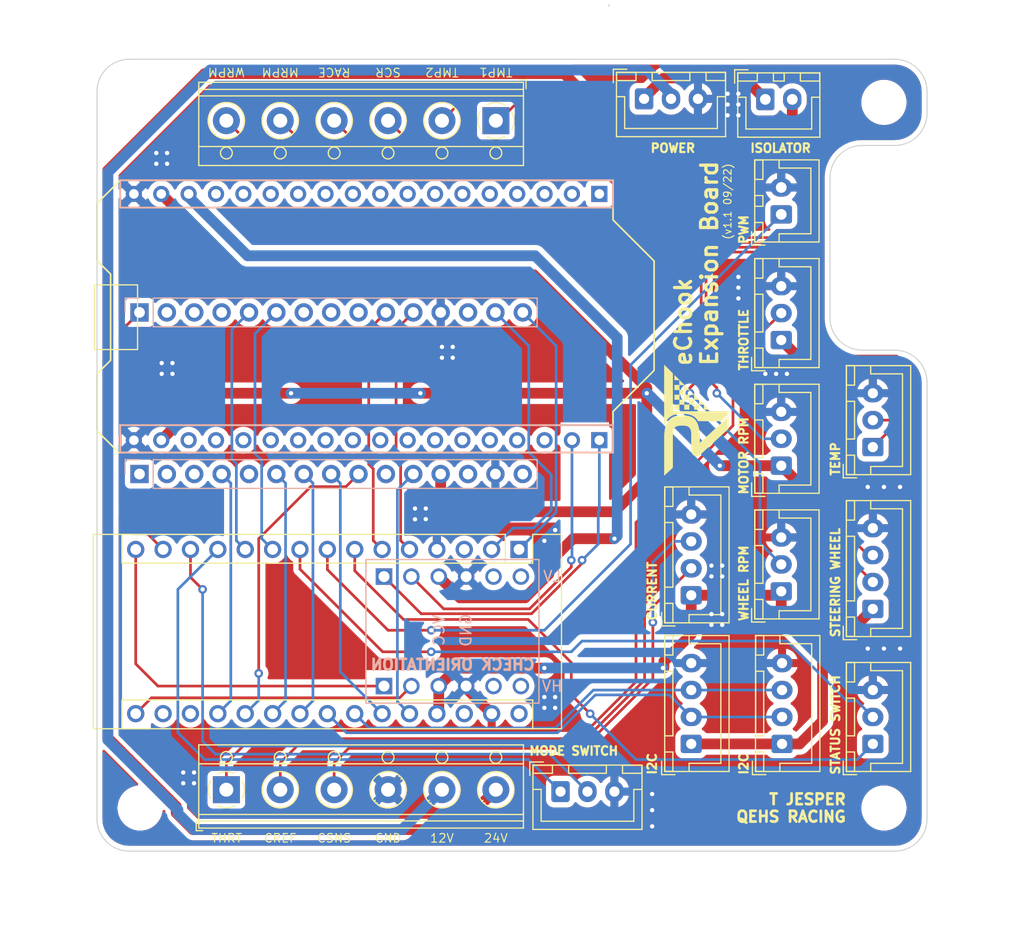
<source format=kicad_pcb>
(kicad_pcb (version 20211014) (generator pcbnew)
  (layers (0 "F.Cu" signal) (31 "B.Cu" signal) (34 "B.Paste" user) (35 "F.Paste" user) (36 "B.SilkS" user "B.Silkscreen") (37 "F.SilkS" user "F.Silkscreen") (38 "B.Mask" user) (39 "F.Mask" user) (44 "Edge.Cuts" user))
  (net 0 "")
  (net 1 "BT_OUT")
  (net 2 "BT_IN")
  (net 4 "GND")
  (net 5 "MOTOR_RPM")
  (net 6 "WHEEL_RPM")
  (net 7 "RACE_SWITCH")
  (net 8 "MOTOR_PWM")
  (net 9 "TELEMETRY_SWITCH")
  (net 10 "BRAKE")
  (net 11 "RACE_START")
  (net 12 "SCREEN_SWITCH")
  (net 13 "TX_HIGH")
  (net 14 "RX_HIGH")
  (net 17 "BATT_T")
  (net 18 "TEMP_1")
  (net 19 "CURRENT")
  (net 20 "THROTTLE")
  (net 21 "SDA")
  (net 22 "SCL")
  (net 23 "TEMP_2")
  (net 24 "BATT_1")
  (net 25 "+5V")
  (net 27 "12_B2B")
  (net 29 "24_B2B")
  (net 30 "/+24V_ISOLATED")
  (net 57 "THROTTLE_B2B")
  (net 79 "MRPM_B2B")
  (net 80 "WRPM_B2B")
  (net 81 "CREF_B2B")
  (net 82 "CSENSE_B2B")
  (net 83 "TEMP1_B2B")
  (net 84 "TEMP2_B2B")
  (net 85 "+3V3")
  (net 86 "RX_LOW")
  (net 87 "TX_LOW")
  (net 88 "RACE_START_B2B")
  (net 89 "SCREEN_SWITCH_B2B")
  (net 90 "MODE_INPUT_1")
  (net 91 "MODE_INPUT_2")
  (footprint "racetrackr:ESP32 LoRa" (layer "F.Cu") (at 142.637 101.281)
    (fp_text reference "U2" hide)
    (fp_text value "ESP32_LoRa" hide)
  )
  (footprint "Connector_JST:JST_XH_B2B-XH-A_1x02_P2.50mm_Vertical" (layer "F.Cu") (at 179.5 66.725)
    (fp_text reference "J2" hide)
    (fp_text value "POWER_SWITCH" hide)
  )
  (footprint "Connector_JST:JST_XH_B3B-XH-A_1x03_P2.50mm_Vertical" (layer "F.Cu") (at 189.475 126.55 90)
    (fp_text reference "J12" hide)
    (fp_text value "STATUS_CONNECTION" hide)
  )
  (footprint "Connector_JST:JST_XH_B3B-XH-A_1x03_P2.50mm_Vertical" (layer "F.Cu") (at 189.475 99 90)
    (fp_text reference "J14" hide)
    (fp_text value "TEMP_CONNECTION" hide)
  )
  (footprint "Connector_JST:JST_XH_B4B-XH-A_1x04_P2.50mm_Vertical" (layer "F.Cu") (at 172.625 126.55 90)
    (fp_text reference "J6" hide)
    (fp_text value "I2C_1_CONN" hide)
  )
  (footprint "MountingHole:MountingHole_3.2mm_M3" (layer "F.Cu") (at 121.5 67)
    (fp_text reference "A" hide)
    (fp_text value "MountingHole_3.2mm_M3" hide)
  )
  (footprint "Connector_JST:JST_XH_B3B-XH-A_1x03_P2.50mm_Vertical" (layer "F.Cu") (at 160.5 130.975)
    (fp_text reference "J18" hide)
    (fp_text value "STATUS_CONNECTION")
  )
  (footprint "Connector_JST:JST_XH_B4B-XH-A_1x04_P2.50mm_Vertical" (layer "F.Cu") (at 189.475 114.025 90)
    (fp_text reference "J15" hide)
    (fp_text value "WHEEL_CONN" hide)
  )
  (footprint "MountingHole:MountingHole_3.2mm_M3" (layer "F.Cu") (at 190.5 132.5)
    (fp_text reference "D" hide)
    (fp_text value "MountingHole_3.2mm_M3" hide)
  )
  (footprint "Connector_JST:JST_XH_B3B-XH-A_1x03_P2.50mm_Vertical" (layer "F.Cu") (at 180.975 112.3875 90)
    (fp_text reference "J10" hide)
    (fp_text value "WHEEL_RPM_CONNECTION" hide)
  )
  (footprint "Module:Arduino_Nano" (layer "F.Cu") (at 156.65 108.5 -90)
    (fp_text reference "A1" hide)
    (fp_text value "Arduino_Nano_v3.x" hide)
  )
  (footprint "MountingHole:MountingHole_3.2mm_M3" (layer "F.Cu") (at 190.5 67)
    (fp_text reference "B" hide)
    (fp_text value "MountingHole_3.2mm_M3" hide)
  )
  (footprint "Connector_JST:JST_XH_B4B-XH-A_1x04_P2.50mm_Vertical" (layer "F.Cu") (at 181.05 126.55 90)
    (fp_text reference "J8" hide)
    (fp_text value "I2C_2_CONN" hide)
  )
  (footprint "Connector_JST:JST_XH_B2B-XH-A_1x02_P2.50mm_Vertical" (layer "F.Cu") (at 180.975 77.4 90)
    (fp_text reference "J3" hide)
    (fp_text value "PWM_OUTPUT_CONN" hide)
  )
  (footprint "TerminalBlock_RND:TerminalBlock_RND_205-00016_1x06_P5.00mm_Horizontal" (layer "F.Cu") (at 129.5 130.8)
    (fp_text reference "J16" hide)
    (fp_text value "Screw_Terminal_01x06")
  )
  (footprint "MountingHole:MountingHole_3.2mm_M3" (layer "F.Cu") (at 121.5 132.5)
    (fp_text reference "C" hide)
    (fp_text value "MountingHole_3.2mm_M3" hide)
  )
  (footprint "Connector_JST:JST_XH_B3B-XH-A_1x03_P2.50mm_Vertical" (layer "F.Cu") (at 180.975 100.725 90)
    (fp_text reference "J9" hide)
    (fp_text value "MOTOR_RPM_CONNECTION" hide)
  )
  (footprint "Connector_JST:JST_XH_B3B-XH-A_1x03_P2.50mm_Vertical" (layer "F.Cu") (at 180.975 89.0625 90)
    (fp_text reference "J5" hide)
    (fp_text value "THROTTLE_CONNECTION" hide)
  )
  (footprint "Connector_JST:JST_XH_B3B-XH-A_1x03_P2.50mm_Vertical" (layer "F.Cu") (at 168.25 66.675)
    (fp_text reference "J1" hide)
    (fp_text value "POWER_CONNECTION" hide)
  )
  (footprint "TerminalBlock_RND:TerminalBlock_RND_205-00016_1x06_P5.00mm_Horizontal" (layer "F.Cu") (at 154.5 68.7 180)
    (fp_text reference "J17" hide)
    (fp_text value "Screw_Terminal_01x06")
  )
  (footprint "Connector_JST:JST_XH_B4B-XH-A_1x04_P2.50mm_Vertical" (layer "F.Cu") (at 172.625 112.75 90)
    (fp_text reference "J13" hide)
    (fp_text value "CURRENT_CONN" hide)
  )
  (footprint "Connector_PinHeader_2.54mm:PinHeader_1x15_P2.54mm_Vertical" (layer "B.Cu") (at 121.4408 86.4989 -90)
    (fp_text reference "J7" hide)
    (fp_text value "Conn_01x15_Male" hide)
  )
  (footprint "racetrackr:CONV_BOB-12009" (layer "B.Cu") (at 150.4737 116.1 -90)
    (fp_text reference "U1" hide)
    (fp_text value "LogicLevelConverter" hide)
  )
  (footprint "Connector_PinHeader_2.54mm:PinHeader_1x15_P2.54mm_Vertical" (layer "B.Cu") (at 121.4408 101.4998 -90)
    (fp_text reference "J4" hide)
    (fp_text value "Conn_01x15_Male" hide)
  )
  (gr_poly (pts (xy 170.915997 92.160484) (xy 170.916526 92.295421) (xy 170.916526 95.674151) (xy 176.077753 95.674151) (xy 176.077753 95.955932) (xy 175.970332 96.054886) (xy 175.391159 96.587228) (xy 173.261528 96.587228) (xy 173.258497 96.581517) (xy 173.255538 96.575718) (xy 173.249721 96.56401) (xy 173.246808 96.558175) (xy 173.243855 96.552402) (xy 173.240833 96.546728) (xy 173.237716 96.54119) (xy 173.189985 96.465032) (xy 173.137195 96.393725) (xy 173.079362 96.327279) (xy 173.016507 96.265701) (xy 172.948648 96.209001) (xy 172.875803 96.157186) (xy 172.797991 96.110265) (xy 172.71523 96.068248) (xy 172.627539 96.031141) (xy 172.534937 95.998955) (xy 172.437442 95.971696) (xy 172.335073 95.949375) (xy 172.227849 95.931999) (xy 172.115787 95.919577) (xy 171.998908 95.912118) (xy 171.877228 95.90963) (xy 171.662916 95.90963) (xy 171.602369 95.910308) (xy 171.542976 95.912344) (xy 171.484748 95.915734) (xy 171.427697 95.920478) (xy 171.371835 95.926573) (xy 171.317174 95.934019) (xy 171.263726 95.942814) (xy 171.211503 95.952955) (xy 171.160518 95.964443) (xy 171.110781 95.977274) (xy 171.062306 95.991448) (xy 171.015104 96.006963) (xy 170.969187 96.023818) (xy 170.924568 96.04201) (xy 170.881257 96.061539) (xy 170.839268 96.082403) (xy 170.798003 96.104654) (xy 170.757758 96.128046) (xy 170.718538 96.152572) (xy 170.680352 96.178223) (xy 170.643209 96.204994) (xy 170.607115 96.232877) (xy 170.572078 96.261866) (xy 170.538106 96.291953) (xy 170.505207 96.323131) (xy 170.473388 96.355394) (xy 170.442658 96.388734) (xy 170.413024 96.423145) (xy 170.384494 96.458619) (xy 170.357075 96.49515) (xy 170.330776 96.53273) (xy 170.305603 96.571353) (xy 170.278387 96.616453) (xy 170.252476 96.662824) (xy 170.227836 96.710423) (xy 170.204433 96.759207) (xy 170.182234 96.809131) (xy 170.161203 96.860153) (xy 170.141307 96.91223) (xy 170.122512 96.965317) (xy 170.122512 94.186133) (xy 170.122247 91.565965) (xy 170.122247 91.366734)) (layer "F.SilkS") (width 0.02) (fill solid))
  (gr_poly (pts (xy 172.901166 94.145124) (xy 172.444759 94.145124) (xy 172.444759 93.688718)) (layer "F.SilkS") (width 0.02) (fill solid))
  (gr_poly (pts (xy 170.123041 101.332794) (xy 170.123041 98.124986) (xy 170.124157 98.016775) (xy 170.127506 97.910422) (xy 170.133087 97.805922) (xy 170.1409 97.703274) (xy 170.150946 97.602473) (xy 170.163224 97.503517) (xy 170.177735 97.406403) (xy 170.194478 97.311128) (xy 170.203811 97.264384) (xy 170.21395 97.218409) (xy 170.224895 97.173205) (xy 170.236646 97.128772) (xy 170.249203 97.085112) (xy 170.262567 97.042224) (xy 170.276737 97.000109) (xy 170.291713 96.958769) (xy 170.307495 96.918205) (xy 170.324083 96.878416) (xy 170.341477 96.839403) (xy 170.359677 96.801169) (xy 170.378684 96.763712) (xy 170.398497 96.727035) (xy 170.419116 96.691137) (xy 170.440541 96.65602) (xy 170.462849 96.621817) (xy 170.486119 96.588565) (xy 170.51035 96.556264) (xy 170.535543 96.524915) (xy 170.561696 96.494519) (xy 170.588811 96.465078) (xy 170.616886 96.436593) (xy 170.645923 96.409064) (xy 170.675922 96.382494) (xy 170.706881 96.356883) (xy 170.738801 96.332232) (xy 170.771683 96.308543) (xy 170.805526 96.285817) (xy 170.84033 96.264054) (xy 170.876095 96.243257) (xy 170.912822 96.223426) (xy 170.950634 96.204636) (xy 170.989655 96.187062) (xy 171.029886 96.170702) (xy 171.071328 96.155556) (xy 171.11398 96.141625) (xy 171.157844 96.128906) (xy 171.202919 96.117401) (xy 171.249206 96.107109) (xy 171.296706 96.098028) (xy 171.345418 96.09016) (xy 171.395344 96.083504) (xy 171.446482 96.078058) (xy 171.498835 96.073824) (xy 171.552402 96.070799) (xy 171.607184 96.068985) (xy 171.66318 96.06838) (xy 171.877493 96.06838) (xy 171.988357 96.070538) (xy 172.094632 96.077011) (xy 172.196318 96.087799) (xy 172.245439 96.09481) (xy 172.293413 96.1029) (xy 172.34024 96.112068) (xy 172.385919 96.122314) (xy 172.43045 96.133639) (xy 172.473833 96.146041) (xy 172.516068 96.159521) (xy 172.557156 96.174078) (xy 172.597096 96.189714) (xy 172.635888 96.206427) (xy 172.673531 96.224217) (xy 172.710027 96.243085) (xy 172.745375 96.26303) (xy 172.779574 96.284052) (xy 172.812626 96.306151) (xy 172.844529 96.329327) (xy 172.875284 96.35358) (xy 172.90489 96.37891) (xy 172.933348 96.405317) (xy 172.960658 96.4328) (xy 172.986819 96.461359) (xy 173.011832 96.490995) (xy 173.035696 96.521707) (xy 173.058412 96.553496) (xy 173.079979 96.58636) (xy 173.100397 96.620301) (xy 173.138844 96.691025) (xy 173.174811 96.765186) (xy 173.208297 96.842784) (xy 173.239303 96.923819) (xy 173.267828 97.008293) (xy 173.293873 97.096207) (xy 173.317438 97.18756) (xy 173.338522 97.282355) (xy 173.357125 97.380591) (xy 173.373248 97.482269) (xy 173.386891 97.587391) (xy 173.398053 97.695956) (xy 173.406735 97.807967) (xy 173.412936 97.923422) (xy 173.416656 98.042325) (xy 173.417897 98.164674) (xy 173.417897 98.617376) (xy 175.62558 96.587228) (xy 176.077488 96.171567) (xy 176.077488 97.299221) (xy 173.528493 99.63364) (xy 173.512494 99.648228) (xy 173.496247 99.662227) (xy 173.479752 99.675637) (xy 173.463008 99.688458) (xy 173.446017 99.70069) (xy 173.428778 99.712333) (xy 173.411291 99.723386) (xy 173.393555 99.733851) (xy 173.375572 99.743726) (xy 173.35734 99.753012) (xy 173.338861 99.76171) (xy 173.320133 99.769818) (xy 173.301158 99.777337) (xy 173.281934 99.784266) (xy 173.262463 99.790607) (xy 173.242743 99.796359) (xy 173.222948 99.801537) (xy 173.203351 99.806057) (xy 173.183949 99.809921) (xy 173.16474 99.813127) (xy 173.145724 99.815675) (xy 173.126899 99.817567) (xy 173.108262 99.818801) (xy 173.089814 99.819377) (xy 173.071551 99.819297) (xy 173.053473 99.818559) (xy 173.035577 99.817164) (xy 173.017863 99.815111) (xy 173.000329 99.812401) (xy 172.982974 99.809034) (xy 172.965795 99.805009) (xy 172.948791 99.800327) (xy 172.933099 99.79501) (xy 172.917675 99.788979) (xy 172.90252 99.782236) (xy 172.887635 99.774779) (xy 172.873021 99.766609) (xy 172.85868 99.757725) (xy 172.844612 99.748129) (xy 172.83082 99.73782) (xy 172.817303 99.726797) (xy 172.804063 99.715061) (xy 172.791102 99.702613) (xy 172.77842 99.689451) (xy 172.766018 99.675576) (xy 172.753899 99.660987) (xy 172.742062 99.645686) (xy 172.730509 99.629671) (xy 172.719456 99.61299) (xy 172.709115 99.595788) (xy 172.699488 99.578063) (xy 172.690574 99.559817) (xy 172.682373 99.541049) (xy 172.674885 99.521757) (xy 172.66811 99.501942) (xy 172.662049 99.481604) (xy 172.6567 99.460742) (xy 172.652065 99.439355) (xy 172.648142 99.417443) (xy 172.644933 99.395007) (xy 172.642437 99.372044) (xy 172.640655 99.348556) (xy 172.639585 99.324542) (xy 172.639228 99.3) (xy 172.639228 97.926284) (xy 172.638611 97.863013) (xy 172.636759 97.802187) (xy 172.63367 97.743806) (xy 172.629344 97.68787) (xy 172.623779 97.63438) (xy 172.616974 97.583337) (xy 172.608928 97.534743) (xy 172.59964 97.488597) (xy 172.589109 97.444901) (xy 172.577333 97.403654) (xy 172.564311 97.364859) (xy 172.550043 97.328516) (xy 172.534527 97.294625) (xy 172.517761 97.263187) (xy 172.499745 97.234204) (xy 172.480478 97.207675) (xy 172.459624 97.183119) (xy 172.43665 97.160149) (xy 172.411557 97.138766) (xy 172.384348 97.11897) (xy 172.355022 97.100759) (xy 172.323581 97.084134) (xy 172.290026 97.069094) (xy 172.254359 97.055639) (xy 172.21658 97.043769) (xy 172.176691 97.033482) (xy 172.134692 97.024779) (xy 172.090586 97.017659) (xy 172.044372 97.012122) (xy 171.996053 97.008168) (xy 171.94563 97.005795) (xy 171.893103 97.005005) (xy 171.646776 97.005005) (xy 171.594283 97.005795) (xy 171.543961 97.008168) (xy 171.495809 97.012122) (xy 171.449827 97.017659) (xy 171.406016 97.024779) (xy 171.364375 97.033482) (xy 171.324904 97.043769) (xy 171.287604 97.055639) (xy 171.252475 97.069094) (xy 171.219515 97.084134) (xy 171.20385 97.092249) (xy 171.188727 97.100759) (xy 171.174146 97.109666) (xy 171.160108 97.11897) (xy 171.146613 97.12867) (xy 171.13366 97.138766) (xy 171.12125 97.149259) (xy 171.109383 97.160149) (xy 171.098058 97.171436) (xy 171.087275 97.183119) (xy 171.077036 97.195199) (xy 171.067339 97.207675) (xy 171.04912 97.234204) (xy 171.032068 97.263187) (xy 171.016184 97.294625) (xy 171.00147 97.328516) (xy 170.987926 97.364859) (xy 170.975554 97.403654) (xy 170.964354 97.444901) (xy 170.954328 97.488597) (xy 170.945478 97.534743) (xy 170.937804 97.583337) (xy 170.931307 97.63438) (xy 170.925989 97.68787) (xy 170.921851 97.743806) (xy 170.918893 97.802187) (xy 170.917118 97.863013) (xy 170.916526 97.926284) (xy 170.916526 100.908932) (xy 170.122247 101.637065)) (layer "F.SilkS") (width 0.02) (fill solid))
  (gr_poly (pts (xy 172.444759 94.145124) (xy 172.444759 94.601795) (xy 171.988088 94.601795) (xy 171.988088 94.145124)) (layer "F.SilkS") (width 0.02) (fill solid))
  (gr_poly (pts (xy 171.531418 92.775376) (xy 171.075012 92.775376) (xy 171.075012 92.31897)) (layer "F.SilkS") (width 0.02) (fill solid))
  (gr_poly (pts (xy 171.531682 94.145124) (xy 171.531682 93.688718) (xy 171.531682 93.688453) (xy 171.531418 93.688453) (xy 171.531418 93.688718) (xy 171.531682 93.688718) (xy 171.531682 94.145124) (xy 171.531682 94.601795) (xy 171.988088 94.601795) (xy 171.988088 95.058201) (xy 172.444759 95.058201) (xy 172.444759 94.601795) (xy 172.901166 94.601795) (xy 172.901166 94.145124) (xy 173.357837 94.601795) (xy 173.814507 95.058465) (xy 173.357837 95.058465) (xy 173.357837 95.058201) (xy 173.357837 94.601795) (xy 172.90143 94.601795) (xy 172.90143 95.058201) (xy 173.357837 95.058201) (xy 173.357837 95.058465) (xy 173.357837 95.514871) (xy 172.90143 95.514871) (xy 172.90143 95.058465) (xy 172.90143 95.058201) (xy 172.901166 95.058201) (xy 172.901166 95.058465) (xy 172.90143 95.058465) (xy 172.90143 95.514871) (xy 172.901166 95.514871) (xy 172.901166 95.058465) (xy 172.444759 95.058465) (xy 172.444759 95.514871) (xy 171.988088 95.514871) (xy 171.988088 95.058465) (xy 171.531682 95.058465) (xy 171.531682 95.058201) (xy 171.531418 95.058201) (xy 171.531418 94.601795) (xy 171.075012 94.601795) (xy 171.075012 94.145124) (xy 171.531418 94.145124) (xy 171.531418 93.688718) (xy 171.075012 93.688718) (xy 171.075012 93.232046) (xy 171.531418 93.232046) (xy 171.531418 92.775376) (xy 171.988088 93.232046) (xy 172.444759 93.688718) (xy 171.988088 93.688718) (xy 171.988088 93.688453) (xy 171.988088 93.232046) (xy 171.531682 93.232046) (xy 171.531682 93.688453) (xy 171.988088 93.688453) (xy 171.988088 93.688718) (xy 171.988088 94.145124)) (layer "F.SilkS") (width 0.02) (fill solid))
  (gr_poly (pts (xy 174.270913 95.514871) (xy 173.814507 95.514871) (xy 173.814507 95.058465)) (layer "F.SilkS") (width 0.02) (fill solid))
  (gr_poly (pts (xy 171.531418 95.058201) (xy 171.531418 95.058465) (xy 171.531682 95.058465) (xy 171.531682 95.514871) (xy 171.075012 95.514871) (xy 171.075012 95.058201)) (layer "F.SilkS") (width 0.02) (fill solid))
  (gr_arc (start 117.5 66) (mid 118.37868 63.87868) (end 120.5 63) (layer "Edge.Cuts") (width 0.1))
  (gr_line (start 194.5 66) (end 194.5 68) (layer "Edge.Cuts") (width 0.1))
  (gr_line (start 188.5 71) (end 191.5 71) (layer "Edge.Cuts") (width 0.1))
  (gr_arc (start 185.5 74) (mid 186.37868 71.87868) (end 188.5 71) (layer "Edge.Cuts") (width 0.1))
  (gr_line (start 191.5 136.5) (end 120.5 136.5) (layer "Edge.Cuts") (width 0.1))
  (gr_line (start 185.5 74) (end 185.5 87) (layer "Edge.Cuts") (width 0.1))
  (gr_line (start 120.5 63) (end 191.5 63) (layer "Edge.Cuts") (width 0.1))
  (gr_arc (start 194.5 133.5) (mid 193.62132 135.62132) (end 191.5 136.5) (layer "Edge.Cuts") (width 0.1))
  (gr_line (start 188.5 90) (end 191.5 90) (layer "Edge.Cuts") (width 0.1))
  (gr_arc (start 191.5 63) (mid 193.62132 63.87868) (end 194.5 66) (layer "Edge.Cuts") (width 0.1))
  (gr_arc (start 120.5 136.5) (mid 118.37868 135.62132) (end 117.5 133.5) (layer "Edge.Cuts") (width 0.1))
  (gr_line (start 117.5 133.5) (end 117.5 66) (layer "Edge.Cuts") (width 0.1))
  (gr_arc (start 191.5 90) (mid 193.62132 90.87868) (end 194.5 93) (layer "Edge.Cuts") (width 0.1))
  (gr_arc (start 188.5 90) (mid 186.37868 89.12132) (end 185.5 87) (layer "Edge.Cuts") (width 0.1))
  (gr_arc (start 194.5 68) (mid 193.62132 70.12132) (end 191.5 71) (layer "Edge.Cuts") (width 0.1))
  (gr_line (start 194.5 93) (end 194.5 133.5) (layer "Edge.Cuts") (width 0.1))
  (gr_arc (start 165 58) (mid 165 58) (end 165 58) (layer "Edge.Cuts") (width 0.1))
  (gr_text "LV" (at 159.723738 111) (layer "B.SilkS") (effects (font (size 1 1)) (justify mirror)))
  (gr_text "VCC" (at 149.223738 116 90) (layer "B.SilkS") (effects (font (size 1 1)) (justify mirror)))
  (gr_text "GND" (at 151.723738 116 90) (layer "B.SilkS") (effects (font (size 1 1)) (justify mirror)))
  (gr_text "CHECK ORIENTATION" (at 150.5 119.2) (layer "B.SilkS") (effects (font (size 1 1) (thickness 0.25)) (justify mirror)))
  (gr_text "HV" (at 159.723738 121.2) (layer "B.SilkS") (effects (font (size 1 1)) (justify mirror)))
  (gr_text "THRT" (at 129.529383 135.3) (layer "F.SilkS") (effects (font (size 0.8 0.8) (thickness 0.1))))
  (gr_text "CURRENT" (at 169 115.2 90) (layer "F.SilkS") (effects (font (size 0.8 0.8) (thickness 0.2)) (justify left)))
  (gr_text "TEMP" (at 186 101.75 90) (layer "F.SilkS") (effects (font (size 0.8 0.8) (thickness 0.2)) (justify left)))
  (gr_text "POWER" (at 168.75 71.25) (layer "F.SilkS") (effects (font (size 0.8 0.8) (thickness 0.2)) (justify left)))
  (gr_text "STEERING WHEEL" (at 186 116.75 90) (layer "F.SilkS") (effects (font (size 0.8 0.8) (thickness 0.2)) (justify left)))
  (gr_text "12V" (at 149.5 135.3) (layer "F.SilkS") (effects (font (size 0.8 0.8) (thickness 0.1))))
  (gr_text "24V" (at 154.5 135.3) (layer "F.SilkS") (effects (font (size 0.8 0.8) (thickness 0.1))))
  (gr_text "GND" (at 144.5 135.3) (layer "F.SilkS") (effects (font (size 0.8 0.8) (thickness 0.1))))
  (gr_text "STATUS SWITCH" (at 186 129.5 90) (layer "F.SilkS") (effects (font (size 0.8 0.8) (thickness 0.2)) (justify left)))
  (gr_text "eChook\nExpansion Board" (at 173.1 91.6 90) (layer "F.SilkS") (effects (font (size 1.5 1.5) (thickness 0.3)) (justify left)))
  (gr_text "CREF" (at 134.5 135.3) (layer "F.SilkS") (effects (font (size 0.8 0.8) (thickness 0.1))))
  (gr_text "MOTOR RPM" (at 177.5 103.5 90) (layer "F.SilkS") (effects (font (size 0.8 0.8) (thickness 0.2)) (justify left)))
  (gr_text "WHEEL RPM" (at 177.5 115.25 90) (layer "F.SilkS") (effects (font (size 0.8 0.8) (thickness 0.2)) (justify left)))
  (gr_text "I2C" (at 177.5 129.5 90) (layer "F.SilkS") (effects (font (size 0.8 0.8) (thickness 0.2)) (justify left)))
  (gr_text "SCR" (at 144.5 64.2 180) (layer "F.SilkS") (effects (font (size 0.8 0.8) (thickness 0.1))))
  (gr_text "T JESPER\nQEHS RACING" (at 187.1 132.5) (layer "F.SilkS") (effects (font (size 1 1) (thickness 0.25)) (justify right)))
  (gr_text "PWM" (at 177.5 80.25 90) (layer "F.SilkS") (effects (font (size 0.8 0.8) (thickness 0.2)) (justify left)))
  (gr_text "TMP1" (at 154.5 64.2 180) (layer "F.SilkS") (effects (font (size 0.8 0.8) (thickness 0.1))))
  (gr_text "CSNS" (at 139.5 135.3) (layer "F.SilkS") (effects (font (size 0.8 0.8) (thickness 0.1))))
  (gr_text "I2C" (at 169 129.5 90) (layer "F.SilkS") (effects (font (size 0.8 0.8) (thickness 0.2)) (justify left)))
  (gr_text "WRPM" (at 129.5 64.2 180) (layer "F.SilkS") (effects (font (size 0.8 0.8) (thickness 0.1))))
  (gr_text "RACE" (at 139.5 64.2 180) (layer "F.SilkS") (effects (font (size 0.8 0.8) (thickness 0.1))))
  (gr_text "MODE SWITCH" (at 157.5 127.2) (layer "F.SilkS") (effects (font (size 0.8 0.8) (thickness 0.2)) (justify left)))
  (gr_text "ISOLATOR" (at 178 71.25) (layer "F.SilkS") (effects (font (size 0.8 0.8) (thickness 0.2)) (justify left)))
  (gr_text "THROTTLE" (at 177.5 92 90) (layer "F.SilkS") (effects (font (size 0.8 0.8) (thickness 0.2)) (justify left)))
  (gr_text "(v1.1 09/22)" (at 176 76.2 90) (layer "F.SilkS") (effects (font (size 0.7 0.7) (thickness 0.1))))
  (gr_text "MRPM" (at 134.5 64.2 180) (layer "F.SilkS") (effects (font (size 0.8 0.8) (thickness 0.1))))
  (gr_text "TMP2" (at 149.5 64.2 180) (layer "F.SilkS") (effects (font (size 0.8 0.8) (thickness 0.1))))
  (segment (start 160.093811 105.056189) (end 160.093811 89.591911) (width 0.25) (layer "B.Cu") (net 1))
  (segment (start 156.65 108.5) (end 160.093811 105.056189) (width 0.25) (layer "B.Cu") (net 1))
  (segment (start 160.093811 89.591911) (end 157.0008 86.4989) (width 0.25) (layer "B.Cu") (net 1))
  (segment (start 158.007141 106.507141) (end 156.102859 106.507141) (width 0.25) (layer "B.Cu") (net 2))
  (segment (start 159.644291 104.869991) (end 158.007141 106.507141) (width 0.25) (layer "B.Cu") (net 2))
  (segment (start 157.553811 99.46952) (end 159.644291 101.56) (width 0.25) (layer "B.Cu") (net 2))
  (segment (start 156.102859 106.507141) (end 154.11 108.5) (width 0.25) (layer "B.Cu") (net 2))
  (segment (start 154.4608 86.4989) (end 157.553811 89.591911) (width 0.25) (layer "B.Cu") (net 2))
  (segment (start 157.553811 89.591911) (end 157.553811 99.46952) (width 0.25) (layer "B.Cu") (net 2))
  (segment (start 159.644291 101.56) (end 159.644291 104.869991) (width 0.25) (layer "B.Cu") (net 2))
  (segment (start 151.7437 121.3737) (end 154.11 123.74) (width 1) (layer "F.Cu") (net 4))
  (segment (start 151.7437 121.18) (end 151.7437 121.3737) (width 1) (layer "F.Cu") (net 4))
  (via (at 150.5 89.7) (size 0.8) (drill 0.4) (layers "F.Cu" "B.Cu") (net 4))
  (via (at 189 117.7) (size 0.8) (drill 0.4) (layers "F.Cu" "B.Cu") (net 4))
  (via (at 149.5 89.7) (size 0.8) (drill 0.4) (layers "F.Cu" "B.Cu") (net 4))
  (via (at 123.5 91.2) (size 0.8) (drill 0.4) (layers "F.Cu" "B.Cu") (net 4))
  (via (at 124 71.7) (size 0.8) (drill 0.4) (layers "F.Cu" "B.Cu") (net 4))
  (via (at 150.5 90.7) (size 0.8) (drill 0.4) (layers "F.Cu" "B.Cu") (net 4))
  (via (at 124.5 91.2) (size 0.8) (drill 0.4) (layers "F.Cu" "B.Cu") (net 4))
  (via (at 169 131.2) (size 0.8) (drill 0.4) (layers "F.Cu" "B.Cu") (net 4))
  (via (at 174.5 110) (size 0.8) (drill 0.4) (layers "F.Cu" "B.Cu") (net 4))
  (via (at 177 66.2) (size 0.8) (drill 0.4) (layers "F.Cu" "B.Cu") (net 4))
  (via (at 124.5 92.2) (size 0.8) (drill 0.4) (layers "F.Cu" "B.Cu") (net 4))
  (via (at 174.5 111) (size 0.8) (drill 0.4) (layers "F.Cu" "B.Cu") (net 4))
  (via (at 175.5 115.5) (size 0.8) (drill 0.4) (layers "F.Cu" "B.Cu") (net 4))
  (via (at 159 123.2) (size 0.8) (drill 0.4) (layers "F.Cu" "B.Cu") (net 4))
  (via (at 159 122.2) (size 0.8) (drill 0.4) (layers "F.Cu" "B.Cu") (net 4))
  (via (at 179.5 92.2) (size 0.8) (drill 0.4) (layers "F.Cu" "B.Cu") (net 4))
  (via (at 147.996758 105.686318) (size 0.8) (drill 0.4) (layers "F.Cu" "B.Cu") (net 4))
  (via (at 160 106.7) (size 0.8) (drill 0.4) (layers "F.Cu" "B.Cu") (net 4))
  (via (at 177 85.2) (size 0.8) (drill 0.4) (layers "F.Cu" "B.Cu") (net 4))
  (via (at 181.5 92.2) (size 0.8) (drill 0.4) (layers "F.Cu" "B.Cu") (net 4))
  (via (at 126.5 130.2) (size 0.8) (drill 0.4) (layers "F.Cu" "B.Cu") (net 4))
  (via (at 125.5 130.2) (size 0.8) (drill 0.4) (layers "F.Cu" "B.Cu") (net 4))
  (via (at 177 84.2) (size 0.8) (drill 0.4) (layers "F.Cu" "B.Cu") (net 4))
  (via (at 189 102.7) (size 0.8) (drill 0.4) (layers "F.Cu" "B.Cu") (net 4))
  (via (at 174.5 114.5) (size 0.8) (drill 0.4) (layers "F.Cu" "B.Cu") (net 4))
  (via (at 148 104.7) (size 0.8) (drill 0.4) (layers "F.Cu" "B.Cu") (net 4))
  (via (at 147 105.7) (size 0.8) (drill 0.4) (layers "F.Cu" "B.Cu") (net 4))
  (via (at 123.5 92.2) (size 0.8) (drill 0.4) (layers "F.Cu" "B.Cu") (net 4))
  (via (at 177 68.2) (size 0.8) (drill 0.4) (layers "F.Cu" "B.Cu") (net 4))
  (via (at 169 134.2) (size 0.8) (drill 0.4) (layers "F.Cu" "B.Cu") (net 4))
  (via (at 175.5 110) (size 0.8) (drill 0.4) (layers "F.Cu" "B.Cu") (net 4))
  (via (at 149.5 90.7) (size 0.8) (drill 0.4) (layers "F.Cu" "B.Cu") (net 4))
  (via (at 123 72.7) (size 0.8) (drill 0.4) (layers "F.Cu" "B.Cu") (net 4))
  (via (at 125.5 129.2) (size 0.8) (drill 0.4) (layers "F.Cu" "B.Cu") (net 4))
  (via (at 177 83.2) (size 0.8) (drill 0.4) (layers "F.Cu" "B.Cu") (net 4))
  (via (at 123 71.7) (size 0.8) (drill 0.4) (layers "F.Cu" "B.Cu") (net 4))
  (via (at 175.5 114.5) (size 0.8) (drill 0.4) (layers "F.Cu" "B.Cu") (net 4))
  (via (at 192 102.7) (size 0.8) (drill 0.4) (layers "F.Cu" "B.Cu") (net 4))
  (via (at 169 132.7) (size 0.8) (drill 0.4) (layers "F.Cu" "B.Cu") (net 4))
  (via (at 176 68.2) (size 0.8) (drill 0.4) (layers "F.Cu" "B.Cu") (net 4))
  (via (at 190.5 102.7) (size 0.8) (drill 0.4) (layers "F.Cu" "B.Cu") (net 4))
  (via (at 180.5 92.2) (size 0.8) (drill 0.4) (layers "F.Cu" "B.Cu") (net 4))
  (via (at 174.5 115.5) (size 0.8) (drill 0.4) (layers "F.Cu" "B.Cu") (net 4))
  (via (at 177 67.2) (size 0.8) (drill 0.4) (layers "F.Cu" "B.Cu") (net 4))
  (via (at 126.5 129.2) (size 0.8) (drill 0.4) (layers "F.Cu" "B.Cu") (net 4))
  (via (at 176 66.2) (size 0.8) (drill 0.4) (layers "F.Cu" "B.Cu") (net 4))
  (via (at 159 107.7) (size 0.8) (drill 0.4) (layers "F.Cu" "B.Cu") (net 4))
  (via (at 176 67.2) (size 0.8) (drill 0.4) (layers "F.Cu" "B.Cu") (net 4))
  (via (at 160 122.2) (size 0.8) (drill 0.4) (layers "F.Cu" "B.Cu") (net 4))
  (via (at 175.5 111) (size 0.8) (drill 0.4) (layers "F.Cu" "B.Cu") (net 4))
  (via (at 160 123.2) (size 0.8) (drill 0.4) (layers "F.Cu" "B.Cu") (net 4))
  (via (at 124 72.7) (size 0.8) (drill 0.4) (layers "F.Cu" "B.Cu") (net 4))
  (via (at 147 104.7) (size 0.8) (drill 0.4) (layers "F.Cu" "B.Cu") (net 4))
  (via (at 192 117.7) (size 0.8) (drill 0.4) (layers "F.Cu" "B.Cu") (net 4))
  (via (at 190.5 117.7) (size 0.8) (drill 0.4) (layers "F.Cu" "B.Cu") (net 4))
  (segment (start 149.03 108.5) (end 149.166527 108.5) (width 1) (layer "B.Cu") (net 4))
  (segment (start 145.666289 107.676289) (end 145.666289 100.516289) (width 0.25) (layer "F.Cu") (net 5))
  (segment (start 145.246189 88.093511) (end 146.8408 86.4989) (width 0.25) (layer "F.Cu") (net 5))
  (segment (start 146.49 108.5) (end 145.666289 107.676289) (width 0.25) (layer "F.Cu") (net 5))
  (segment (start 145.666289 100.516289) (end 145.246189 100.096189) (width 0.25) (layer "F.Cu") (net 5))
  (segment (start 145.246189 100.096189) (end 145.246189 88.093511) (width 0.25) (layer "F.Cu") (net 5))
  (segment (start 142.706189 88.093511) (end 142.706189 100.593201) (width 0.25) (layer "F.Cu") (net 6))
  (segment (start 142.706189 100.593201) (end 143.126289 101.013301) (width 0.25) (layer "F.Cu") (net 6))
  (segment (start 144.3008 86.4989) (end 142.706189 88.093511) (width 0.25) (layer "F.Cu") (net 6))
  (segment (start 143.126289 107.676289) (end 143.95 108.5) (width 0.25) (layer "F.Cu") (net 6))
  (segment (start 143.126289 101.013301) (end 143.126289 107.676289) (width 0.25) (layer "F.Cu") (net 6))
  (segment (start 141.41 110.479322) (end 145.930678 115) (width 0.25) (layer "F.Cu") (net 7))
  (segment (start 161.5 119) (end 161.5 122) (width 0.25) (layer "F.Cu") (net 7))
  (segment (start 157.5 115) (end 161.5 119) (width 0.25) (layer "F.Cu") (net 7))
  (segment (start 161.5 122) (end 163.25 123.75) (width 0.25) (layer "F.Cu") (net 7))
  (segment (start 141.41 108.5) (end 141.41 110.479322) (width 0.25) (layer "F.Cu") (net 7))
  (segment (start 145.930678 115) (end 157.5 115) (width 0.25) (layer "F.Cu") (net 7))
  (via (at 163.25 123.75) (size 0.8) (drill 0.4) (layers "F.Cu" "B.Cu") (net 7))
  (segment (start 163.25 123.75) (end 167.5 128) (width 0.25) (layer "B.Cu") (net 7))
  (segment (start 188.025 128) (end 167.5 128) (width 0.25) (layer "B.Cu") (net 7))
  (segment (start 189.475 126.55) (end 188.025 128) (width 0.25) (layer "B.Cu") (net 7))
  (segment (start 144.5 116) (end 138.87 110.37) (width 0.25) (layer "F.Cu") (net 8))
  (segment (start 138.87 110.37) (end 138.87 108.5) (width 0.25) (layer "F.Cu") (net 8))
  (segment (start 148.5 116) (end 144.5 116) (width 0.25) (layer "F.Cu") (net 8))
  (via (at 148.5 116) (size 0.8) (drill 0.4) (layers "F.Cu" "B.Cu") (net 8))
  (segment (start 180.975 77.4) (end 167 91.375) (width 0.25) (layer "B.Cu") (net 8))
  (segment (start 167 91.375) (end 167 108) (width 0.25) (layer "B.Cu") (net 8))
  (segment (start 167 108) (end 159 116) (width 0.25) (layer "B.Cu") (net 8))
  (segment (start 159 116) (end 148.5 116) (width 0.25) (layer "B.Cu") (net 8))
  (segment (start 148.5 118) (end 144 118) (width 0.25) (layer "F.Cu") (net 9))
  (segment (start 136.33 110.33) (end 136.33 108.5) (width 0.25) (layer "F.Cu") (net 9))
  (segment (start 144 118) (end 136.33 110.33) (width 0.25) (layer "F.Cu") (net 9))
  (via (at 148.5 118) (size 0.8) (drill 0.4) (layers "F.Cu" "B.Cu") (net 9))
  (segment (start 187.97548 122.55048) (end 187.05048 122.55048) (width 0.25) (layer "B.Cu") (net 9))
  (segment (start 187.05048 122.55048) (end 181.5 117) (width 0.25) (layer "B.Cu") (net 9))
  (segment (start 162.5 117) (end 161.5 118) (width 0.25) (layer "B.Cu") (net 9))
  (segment (start 161.5 118) (end 148.5 118) (width 0.25) (layer "B.Cu") (net 9))
  (segment (start 181.5 117) (end 162.5 117) (width 0.25) (layer "B.Cu") (net 9))
  (segment (start 189.475 124.05) (end 187.97548 122.55048) (width 0.25) (layer "B.Cu") (net 9))
  (segment (start 132.775311 100.227689) (end 132.775311 107.485311) (width 0.25) (layer "B.Cu") (net 10))
  (segment (start 132.153811 88.485889) (end 132.153811 99.606189) (width 0.25) (layer "B.Cu") (net 10))
  (segment (start 134.1408 86.4989) (end 132.153811 88.485889) (width 0.25) (layer "B.Cu") (net 10))
  (segment (start 132.153811 99.606189) (end 132.775311 100.227689) (width 0.25) (layer "B.Cu") (net 10))
  (segment (start 132.775311 107.485311) (end 133.79 108.5) (width 0.25) (layer "B.Cu") (net 10))
  (segment (start 130.426289 100.516289) (end 130.006189 100.096189) (width 0.25) (layer "B.Cu") (net 11))
  (segment (start 130.426289 107.676289) (end 130.426289 100.516289) (width 0.25) (layer "B.Cu") (net 11))
  (segment (start 130.006189 88.093511) (end 131.6008 86.4989) (width 0.25) (layer "B.Cu") (net 11))
  (segment (start 130.006189 100.096189) (end 130.006189 88.093511) (width 0.25) (layer "B.Cu") (net 11))
  (segment (start 131.25 108.5) (end 130.426289 107.676289) (width 0.25) (layer "B.Cu") (net 11))
  (segment (start 121.4408 86.4989) (end 119.646189 88.293511) (width 0.25) (layer "F.Cu") (net 12))
  (segment (start 119.646189 104.516189) (end 123.63 108.5) (width 0.25) (layer "F.Cu") (net 12))
  (segment (start 119.646189 88.293511) (end 119.646189 104.516189) (width 0.25) (layer "F.Cu") (net 12))
  (segment (start 144.1237 121.18) (end 123.15 121.18) (width 0.25) (layer "F.Cu") (net 13))
  (segment (start 121.09 119.12) (end 121.09 108.5) (width 0.25) (layer "F.Cu") (net 13))
  (segment (start 123.15 121.18) (end 121.09 119.12) (width 0.25) (layer "F.Cu") (net 13))
  (segment (start 145.577189 122.266511) (end 122.563489 122.266511) (width 0.25) (layer "F.Cu") (net 14))
  (segment (start 146.6637 121.18) (end 145.577189 122.266511) (width 0.25) (layer "F.Cu") (net 14))
  (segment (start 122.563489 122.266511) (end 121.09 123.74) (width 0.25) (layer "F.Cu") (net 14))
  (segment (start 129.9108 102.3498) (end 129.9108 122.5392) (width 0.25) (layer "B.Cu") (net 17))
  (segment (start 129.9108 122.5392) (end 128.71 123.74) (width 0.25) (layer "B.Cu") (net 17))
  (segment (start 129.0608 101.4998) (end 129.9108 102.3498) (width 0.25) (layer "B.Cu") (net 17))
  (segment (start 140.586289 102.674311) (end 137.325689 102.674311) (width 0.25) (layer "F.Cu") (net 18))
  (segment (start 132.5 107.5) (end 132.5 120) (width 0.25) (layer "F.Cu") (net 18))
  (segment (start 141.7608 101.4998) (end 140.586289 102.674311) (width 0.25) (layer "F.Cu") (net 18))
  (segment (start 137.325689 102.674311) (end 132.5 107.5) (width 0.25) (layer "F.Cu") (net 18))
  (via (at 132.5 120) (size 0.8) (drill 0.4) (layers "F.Cu" "B.Cu") (net 18))
  (segment (start 131.25 123.74) (end 132.49 122.5) (width 0.25) (layer "B.Cu") (net 18))
  (segment (start 132.49 122.5) (end 132.5 122.5) (width 0.25) (layer "B.Cu") (net 18))
  (segment (start 132.5 122.5) (end 132.5 120) (width 0.25) (layer "B.Cu") (net 18))
  (segment (start 134.9908 102.3498) (end 134.9908 122.5392) (width 0.25) (layer "B.Cu") (net 19))
  (segment (start 134.1408 101.4998) (end 134.9908 102.3498) (width 0.25) (layer "B.Cu") (net 19))
  (segment (start 134.9908 122.5392) (end 133.79 123.74) (width 0.25) (layer "B.Cu") (net 19))
  (segment (start 137.5308 102.3498) (end 137.5308 122.5392) (width 0.25) (layer "B.Cu") (net 20))
  (segment (start 137.5308 122.5392) (end 136.33 123.74) (width 0.25) (layer "B.Cu") (net 20))
  (segment (start 136.6808 101.4998) (end 137.5308 102.3498) (width 0.25) (layer "B.Cu") (net 20))
  (segment (start 160.221687 125.514031) (end 160.485009 125.250708) (width 0.25) (layer "B.Cu") (net 21))
  (segment (start 160.485009 125.250708) (end 163.735718 122) (width 0.25) (layer "B.Cu") (net 21))
  (segment (start 170.575 122) (end 172.625 124.05) (width 0.25) (layer "B.Cu") (net 21))
  (segment (start 140.644031 125.514031) (end 160.221687 125.514031) (width 0.25) (layer "B.Cu") (net 21))
  (segment (start 138.87 123.74) (end 140.644031 125.514031) (width 0.25) (layer "B.Cu") (net 21))
  (segment (start 172.625 124.05) (end 181.05 124.05) (width 0.25) (layer "B.Cu") (net 21))
  (segment (start 163.735718 122) (end 170.575 122) (width 0.25) (layer "B.Cu") (net 21))
  (segment (start 142.734511 125.064511) (end 160.035489 125.064511) (width 0.25) (layer "B.Cu") (net 22))
  (segment (start 163.55 121.55) (end 172.625 121.55) (width 0.25) (layer "B.Cu") (net 22))
  (segment (start 160.035489 125.064511) (end 163.55 121.55) (width 0.25) (layer "B.Cu") (net 22))
  (segment (start 141.41 123.74) (end 142.734511 125.064511) (width 0.25) (layer "B.Cu") (net 22))
  (segment (start 172.625 121.55) (end 181.05 121.55) (width 0.25) (layer "B.Cu") (net 22))
  (segment (start 140.0708 119.8608) (end 143.95 123.74) (width 0.25) (layer "B.Cu") (net 23))
  (segment (start 140.0708 102.3498) (end 140.0708 119.8608) (width 0.25) (layer "B.Cu") (net 23))
  (segment (start 139.2208 101.4998) (end 140.0708 102.3498) (width 0.25) (layer "B.Cu") (net 23))
  (segment (start 145.365489 122.615489) (end 146.49 123.74) (width 0.25) (layer "B.Cu") (net 24))
  (segment (start 146.8408 101.4998) (end 145.365489 102.975111) (width 0.25) (layer "B.Cu") (net 24))
  (segment (start 145.365489 102.975111) (end 145.365489 122.615489) (width 0.25) (layer "B.Cu") (net 24))
  (segment (start 184.81 104.56) (end 184.81 118.69) (width 1) (layer "F.Cu") (net 25))
  (segment (start 182.68 126.55) (end 181.05 126.55) (width 1) (layer "F.Cu") (net 25))
  (segment (start 135.5 94) (end 127.82 94) (width 1) (layer "F.Cu") (net 25))
  (segment (start 180.975 112.3875) (end 180.975 114.855) (width 1) (layer "F.Cu") (net 25))
  (segment (start 168.5 94) (end 168.5 102) (width 1) (layer "F.Cu") (net 25))
  (segment (start 180.6125 112.75) (end 180.975 112.3875) (width 1) (layer "F.Cu") (net 25))
  (segment (start 168.5 93.5) (end 168.5 94) (width 1) (layer "F.Cu") (net 25))
  (segment (start 168.5 94) (end 147.5 94) (width 1) (layer "F.Cu") (net 25))
  (segment (start 184.81 92.8975) (end 184.81 104.56) (width 1) (layer "F.Cu") (net 25))
  (segment (start 180.975 114.855) (end 184.81 118.69) (width 1) (layer "F.Cu") (net 25))
  (segment (start 159 119.5) (end 158.981511 119.518489) (width 1) (layer "F.Cu") (net 25))
  (segment (start 172.625 112.75) (end 172.625 116.375) (width 1) (layer "F.Cu") (net 25))
  (segment (start 158 83) (end 168.5 93.5) (width 1) (layer "F.Cu") (net 25))
  (segment (start 127.82 94) (end 123.46 98.36) (width 1) (layer "F.Cu") (net 25))
  (segment (start 150.865211 119.518489) (end 158.981511 119.518489) (width 1) (layer "F.Cu") (net 25))
  (segment (start 180.975 100.725) (end 175.275 100.725) (width 1) (layer "F.Cu") (net 25))
  (segment (start 149.2037 123.5663) (end 149.03 123.74) (width 1) (layer "F.Cu") (net 25))
  (segment (start 180.975 89.0625) (end 184.81 92.8975) (width 1) (layer "F.Cu") (net 25))
  (segment (start 149.3808 103.3808) (end 149.3808 101.4998) (width 1) (layer "F.Cu") (net 25))
  (segment (start 172.625 126.55) (end 181.05 126.55) (width 1) (layer "F.Cu") (net 25))
  (segment (start 123.46 75.5) (end 130.96 83) (width 1) (layer "F.Cu") (net 25))
  (segment (start 149.2037 121.18) (end 150.865211 119.518489) (width 1) (layer "F.Cu") (net 25))
  (segment (start 170.090185 118.909815) (end 170.090185 119.5) (width 1) (layer "F.Cu") (net 25))
  (segment (start 165.5 105) (end 151 105) (width 1) (layer "F.Cu") (net 25))
  (segment (start 180.975 100.725) (end 184.81 104.56) (width 1) (layer "F.Cu") (net 25))
  (segment (start 168.5 102) (end 165.5 105) (width 1) (layer "F.Cu") (net 25))
  (segment (start 189.475 114.025) (end 184.81 118.69) (width 1) (layer "F.Cu") (net 25))
  (segment (start 184.81 124.42) (end 182.68 126.55) (width 1) (layer "F.Cu") (net 25))
  (segment (start 172.625 116.375) (end 170.090185 118.909815) (width 1) (layer "F.Cu") (net 25))
  (segment (start 184.81 118.69) (end 184.81 124.42) (width 1) (layer "F.Cu") (net 25))
  (segment (start 172.625 112.75) (end 180.6125 112.75) (width 1) (layer "F.Cu") (net 25))
  (segment (start 149.2037 121.18) (end 149.2037 123.5663) (width 1) (layer "F.Cu") (net 25))
  (segment (start 130.96 83) (end 158 83) (width 1) (layer "F.Cu") (net 25))
  (segment (start 151 105) (end 149.3808 103.3808) (width 1) (layer "F.Cu") (net 25))
  (via (at 168.5 94) (size 0.8) (drill 0.4) (layers "F.Cu" "B.Cu") (net 25))
  (via (at 170 119.5) (size 0.8) (drill 0.4) (layers "F.Cu" "B.Cu") (net 25))
  (via (at 175.275 100.725) (size 0.8) (drill 0.4) (layers "F.Cu" "B.Cu") (net 25))
  (via (at 159 119.5) (size 0.8) (drill 0.4) (layers "F.Cu" "B.Cu") (net 25))
  (via (at 147.5 94) (size 0.8) (drill 0.4) (layers "F.Cu" "B.Cu") (net 25))
  (via (at 135.5 94) (size 0.8) (drill 0.4) (layers "F.Cu" "B.Cu") (net 25))
  (segment (start 147.5 94) (end 135.5 94) (width 1) (layer "B.Cu") (net 25))
  (segment (start 168.55 94) (end 168.5 94) (width 1) (layer "B.Cu") (net 25))
  (segment (start 175.275 100.725) (end 168.55 94) (width 1) (layer "B.Cu") (net 25))
  (segment (start 159 119.5) (end 170 119.5) (width 1) (layer "B.Cu") (net 25))
  (segment (start 170.75 66.224334) (end 168.525666 64) (width 1) (layer "B.Cu") (net 27))
  (segment (start 125 133) (end 126.5 134.5) (width 1) (layer "B.Cu") (net 27))
  (segment (start 126.5 134.5) (end 145.8 134.5) (width 1) (layer "B.Cu") (net 27))
  (segment (start 125 132.677274) (end 125 133) (width 1) (layer "B.Cu") (net 27))
  (segment (start 118.5 126.177274) (end 125 132.677274) (width 1) (layer "B.Cu") (net 27))
  (segment (start 118.5 73.5) (end 118.5 126.177274) (width 1) (layer "B.Cu") (net 27))
  (segment (start 145.8 134.5) (end 149.5 130.8) (width 1) (layer "B.Cu") (net 27))
  (segment (start 128 64) (end 118.5 73.5) (width 1) (layer "B.Cu") (net 27))
  (segment (start 170.75 66.675) (end 170.75 66.224334) (width 1) (layer "B.Cu") (net 27))
  (segment (start 168.525666 64) (end 128 64) (width 1) (layer "B.Cu") (net 27))
  (segment (start 182 68.5) (end 180.5 70) (width 1) (layer "F.Cu") (net 29))
  (segment (start 127.487457 64.335269) (end 118.5 73.322726) (width 1) (layer "F.Cu") (net 29))
  (segment (start 166.5 70) (end 160.835269 64.335269) (width 1) (layer "F.Cu") (net 29))
  (segment (start 124.850489 132.949511) (end 126.400978 134.5) (width 1) (layer "F.Cu") (net 29))
  (segment (start 118.5 126) (end 124.850489 132.350489) (width 1) (layer "F.Cu") (net 29))
  (segment (start 150.8 134.5) (end 154.5 130.8) (width 1) (layer "F.Cu") (net 29))
  (segment (start 180.5 70) (end 166.5 70) (width 1) (layer "F.Cu") (net 29))
  (segment (start 124.850489 132.350489) (end 124.850489 132.949511) (width 1) (layer "F.Cu") (net 29))
  (segment (start 182 66.725) (end 182 68.5) (width 1) (layer "F.Cu") (net 29))
  (segment (start 160.835269 64.335269) (end 127.487457 64.335269) (width 1) (layer "F.Cu") (net 29))
  (segment (start 126.400978 134.5) (end 150.8 134.5) (width 1) (layer "F.Cu") (net 29))
  (segment (start 118.5 73.322726) (end 118.5 126) (width 1) (layer "F.Cu") (net 29))
  (segment (start 170.095806 64.73) (end 177.505 64.73) (width 1) (layer "F.Cu") (net 30))
  (segment (start 168.25 66.575806) (end 170.095806 64.73) (width 1) (layer "F.Cu") (net 30))
  (segment (start 177.505 64.73) (end 179.5 66.725) (width 1) (layer "F.Cu") (net 30))
  (segment (start 168.25 66.675) (end 168.25 66.575806) (width 1) (layer "F.Cu") (net 30))
  (segment (start 131.73904 126.06096) (end 129.5 128.3) (width 0.25) (layer "F.Cu") (net 57))
  (segment (start 167.5 120.774282) (end 162.213322 126.06096) (width 0.25) (layer "F.Cu") (net 57))
  (segment (start 129.5 128.3) (end 129.5 130.8) (width 0.25) (layer "F.Cu") (net 57))
  (segment (start 176.5 91.0375) (end 176.5 97) (width 0.25) (layer "F.Cu") (net 57))
  (segment (start 167.5 106) (end 167.5 120.774282) (width 0.25) (layer "F.Cu") (net 57))
  (segment (start 176.5 97) (end 167.5 106) (width 0.25) (layer "F.Cu") (net 57))
  (segment (start 180.975 86.5625) (end 176.5 91.0375) (width 0.25) (layer "F.Cu") (net 57))
  (segment (start 162.213322 126.06096) (end 131.73904 126.06096) (width 0.25) (layer "F.Cu") (net 57))
  (segment (start 174 82.5) (end 163.966899 72.466899) (width 0.25) (layer "F.Cu") (net 79))
  (segment (start 175 94) (end 175 93.5) (width 0.25) (layer "F.Cu") (net 79))
  (segment (start 175 93.5) (end 174 92.5) (width 0.25) (layer "F.Cu") (net 79))
  (segment (start 163.933798 72.5) (end 138.3 72.5) (width 0.25) (layer "F.Cu") (net 79))
  (segment (start 138.3 72.5) (end 134.5 68.7) (width 0.25) (layer "F.Cu") (net 79))
  (segment (start 174 92.5) (end 174 82.5) (width 0.25) (layer "F.Cu") (net 79))
  (segment (start 163.966899 72.466899) (end 163.933798 72.5) (width 0.25) (layer "F.Cu") (net 79))
  (via (at 175 94) (size 0.8) (drill 0.4) (layers "F.Cu" "B.Cu") (net 79))
  (segment (start 179.225 98.225) (end 180.975 98.225) (width 0.25) (layer "B.Cu") (net 79))
  (segment (start 175 94) (end 179.225 98.225) (width 0.25) (layer "B.Cu") (net 79))
  (segment (start 172.5 93.5) (end 173.55048 92.44952) (width 0.25) (layer "F.Cu") (net 80))
  (segment (start 172.5 94) (end 172.5 93.5) (width 0.25) (layer "F.Cu") (net 80))
  (segment (start 173.55048 92.44952) (end 173.55048 82.686198) (width 0.25) (layer "F.Cu") (net 80))
  (segment (start 173.55048 82.686198) (end 163.864282 73) (width 0.25) (layer "F.Cu") (net 80))
  (segment (start 133.8 73) (end 129.5 68.7) (width 0.25) (layer "F.Cu") (net 80))
  (segment (start 163.864282 73) (end 133.8 73) (width 0.25) (layer "F.Cu") (net 80))
  (via (at 172.5 94) (size 0.8) (drill 0.4) (layers "F.Cu" "B.Cu") (net 80))
  (segment (start 172.5 94) (end 179 100.5) (width 0.25) (layer "B.Cu") (net 80))
  (segment (start 179 107.9125) (end 180.975 109.8875) (width 0.25) (layer "B.Cu") (net 80))
  (segment (start 179 100.5) (end 179 107.9125) (width 0.25) (layer "B.Cu") (net 80))
  (segment (start 136.28952 126.51048) (end 134.5 128.3) (width 0.25) (layer "F.Cu") (net 81))
  (segment (start 168.3 114.575) (end 168.3 120.61) (width 0.25) (layer "F.Cu") (net 81))
  (segment (start 172.625 110.25) (end 168.3 114.575) (width 0.25) (layer "F.Cu") (net 81))
  (segment (start 168.3 120.61) (end 162.39952 126.51048) (width 0.25) (layer "F.Cu") (net 81))
  (segment (start 162.39952 126.51048) (end 136.28952 126.51048) (width 0.25) (layer "F.Cu") (net 81))
  (segment (start 134.5 128.3) (end 134.5 130.8) (width 0.25) (layer "F.Cu") (net 81))
  (segment (start 140.84 126.96) (end 139.5 128.3) (width 0.25) (layer "F.Cu") (net 82))
  (segment (start 139.5 128.3) (end 139.5 130.8) (width 0.25) (layer "F.Cu") (net 82))
  (segment (start 169.065665 115.267746) (end 169.065665 120.480053) (width 0.25) (layer "F.Cu") (net 82))
  (segment (start 169.065665 120.480053) (end 162.585717 126.96) (width 0.25) (layer "F.Cu") (net 82))
  (segment (start 162.585717 126.96) (end 140.84 126.96) (width 0.25) (layer "F.Cu") (net 82))
  (via (at 169.065665 115.267746) (size 0.8) (drill 0.4) (layers "F.Cu" "B.Cu") (net 82))
  (segment (start 169.065665 109.684335) (end 171 107.75) (width 0.25) (layer "B.Cu") (net 82))
  (segment (start 171 107.75) (end 172.625 107.75) (width 0.25) (layer "B.Cu") (net 82))
  (segment (start 169.065665 115.267746) (end 169.065665 109.684335) (width 0.25) (layer "B.Cu") (net 82))
  (segment (start 173.686198 79.55048) (end 160.386498 66.25078) (width 0.25) (layer "F.Cu") (net 83))
  (segment (start 151.94922 66.25078) (end 149.5 68.7) (width 0.25) (layer "F.Cu") (net 83))
  (segment (start 191.686197 90.55048) (end 186.457634 90.55048) (width 0.25) (layer "F.Cu") (net 83))
  (segment (start 160.386498 66.25078) (end 151.94922 66.25078) (width 0.25) (layer "F.Cu") (net 83))
  (segment (start 189.475 99) (end 192.94952 95.52548) (width 0.25) (layer "F.Cu") (net 83))
  (segment (start 192.94952 91.813803) (end 191.686197 90.55048) (width 0.25) (layer "F.Cu") (net 83))
  (segment (start 186.457634 90.55048) (end 183.94952 88.042366) (width 0.25) (layer "F.Cu") (net 83))
  (segment (start 192.94952 95.52548) (end 192.94952 91.813803) (width 0.25) (layer "F.Cu") (net 83))
  (segment (start 183.94952 88.042366) (end 183.94952 81.813802) (width 0.25) (layer "F.Cu") (net 83))
  (segment (start 183.94952 81.813802) (end 181.686198 79.55048) (width 0.25) (layer "F.Cu") (net 83))
  (segment (start 181.686198 79.55048) (end 173.686198 79.55048) (width 0.25) (layer "F.Cu") (net 83))
  (segment (start 173.5 80) (end 160.2003 66.7003) (width 0.25) (layer "F.Cu") (net 84))
  (segment (start 183.5 88.228564) (end 183.5 82) (width 0.25) (layer "F.Cu") (net 84))
  (segment (start 160.2003 66.7003) (end 156.7997 66.7003) (width 0.25) (layer "F.Cu") (net 84))
  (segment (start 191.5 91) (end 186.271436 91) (width 0.25) (layer "F.Cu") (net 84))
  (segment (start 181.5 80) (end 173.5 80) (width 0.25) (layer "F.Cu") (net 84))
  (segment (start 154.8 68.7) (end 154.5 68.7) (width 0.25) (layer "F.Cu") (net 84))
  (segment (start 192.5 95) (end 192.5 92) (width 0.25) (layer "F.Cu") (net 84))
  (segment (start 183.5 82) (end 181.5 80) (width 0.25) (layer "F.Cu") (net 84))
  (segment (start 191 96.5) (end 192.5 95) (width 0.25) (layer "F.Cu") (net 84))
  (segment (start 156.7997 66.7003) (end 154.8 68.7) (width 0.25) (layer "F.Cu") (net 84))
  (segment (start 192.5 92) (end 191.5 91) (width 0.25) (layer "F.Cu") (net 84))
  (segment (start 186.271436 91) (end 183.5 88.228564) (width 0.25) (layer "F.Cu") (net 84))
  (segment (start 189.475 96.5) (end 191 96.5) (width 0.25) (layer "F.Cu") (net 84))
  (segment (start 151.1737 112.99) (end 157.203432 112.99) (width 1) (layer "F.Cu") (net 85))
  (segment (start 149.2037 111.02) (end 151.1737 112.99) (width 1) (layer "F.Cu") (net 85))
  (segment (start 157.203432 112.99) (end 159.41 110.783432) (width 1) (layer "F.Cu") (net 85))
  (segment (start 161.662213 107.5) (end 165.5 107.5) (width 1) (layer "F.Cu") (net 85))
  (segment (start 159.41 110.783432) (end 159.41 109.752213) (width 1) (layer "F.Cu") (net 85))
  (segment (start 159.41 109.752213) (end 161.662213 107.5) (width 1) (layer "F.Cu") (net 85))
  (via (at 165.5 107.5) (size 0.8) (drill 0.4) (layers "F.Cu" "B.Cu") (net 85))
  (segment (start 131.47 81.24) (end 126 75.77) (width 1) (layer "B.Cu") (net 85))
  (segment (start 165.5 107.5) (end 165.76 107.24) (width 1) (layer "B.Cu") (net 85))
  (segment (start 126 75.77) (end 126 75.5) (width 1) (layer "B.Cu") (net 85))
  (segment (start 165.76 107.24) (end 165.76 88.86) (width 1) (layer "B.Cu") (net 85))
  (segment (start 165.76 88.86) (end 158.14 81.24) (width 1) (layer "B.Cu") (net 85))
  (segment (start 158.14 81.24) (end 131.47 81.24) (width 1) (layer "B.Cu") (net 85))
  (segment (start 147.56774 114.46404) (end 157.813999 114.46404) (width 0.25) (layer "F.Cu") (net 86))
  (segment (start 162.5 109.778039) (end 162.5 109.5) (width 0.25) (layer "F.Cu") (net 86))
  (segment (start 144.1237 111.02) (end 147.56774 114.46404) (width 0.25) (layer "F.Cu") (net 86))
  (segment (start 157.813999 114.46404) (end 162.5 109.778039) (width 0.25) (layer "F.Cu") (net 86))
  (via (at 162.5 109.5) (size 0.8) (drill 0.4) (layers "F.Cu" "B.Cu") (net 86))
  (segment (start 164 108) (end 164 105) (width 0.25) (layer "B.Cu") (net 86))
  (segment (start 164 105) (end 164.1 104.9) (width 0.25) (layer "B.Cu") (net 86))
  (segment (start 162.5 109.5) (end 164 108) (width 0.25) (layer "B.Cu") (net 86))
  (segment (start 164.1 104.9) (end 164.1 98.36) (width 0.25) (layer "B.Cu") (net 86))
  (segment (start 161.5 110.142322) (end 161.5 109.5) (width 0.25) (layer "F.Cu") (net 87))
  (segment (start 146.6637 111.02) (end 149.65822 114.01452) (width 0.25) (layer "F.Cu") (net 87))
  (segment (start 157.627802 114.01452) (end 161.5 110.142322) (width 0.25) (layer "F.Cu") (net 87))
  (segment (start 149.65822 114.01452) (end 157.627802 114.01452) (width 0.25) (layer "F.Cu") (net 87))
  (via (at 161.5 109.5) (size 0.8) (drill 0.4) (layers "F.Cu" "B.Cu") (net 87))
  (segment (start 161.5 109.5) (end 161.56 109.44) (width 0.25) (layer "B.Cu") (net 87))
  (segment (start 161.56 109.44) (end 161.56 98.36) (width 0.25) (layer "B.Cu") (net 87))
  (segment (start 182.60096 82.372396) (end 181.127604 80.89904) (width 0.25) (layer "F.Cu") (net 88))
  (segment (start 189.475 111.525) (end 186.5 108.55) (width 0.25) (layer "F.Cu") (net 88))
  (segment (start 172.364282 80.135718) (end 164.245943 72.017379) (width 0.25) (layer "F.Cu") (net 88))
  (segment (start 173.127605 80.89904) (end 172.364282 80.135718) (width 0.25) (layer "F.Cu") (net 88))
  (segment (start 181.127604 80.89904) (end 173.127605 80.89904) (width 0.25) (layer "F.Cu") (net 88))
  (segment (start 142.817379 72.017379) (end 139.5 68.7) (width 0.25) (layer "F.Cu") (net 88))
  (segment (start 186.5 92.5) (end 182.60096 88.60096) (width 0.25) (layer "F.Cu") (net 88))
  (segment (start 186.5 108.55) (end 186.5 92.5) (width 0.25) (layer "F.Cu") (net 88))
  (segment (start 164.245943 72.017379) (end 142.817379 72.017379) (width 0.25) (layer "F.Cu") (net 88))
  (segment (start 182.60096 88.60096) (end 182.60096 82.372396) (width 0.25) (layer "F.Cu") (net 88))
  (segment (start 189.025 109.025) (end 187.5 107.5) (width 0.25) (layer "F.Cu") (net 89))
  (segment (start 181.313802 80.44952) (end 173.313803 80.44952) (width 0.25) (layer "F.Cu") (net 89))
  (segment (start 183.05048 82.186198) (end 181.313802 80.44952) (width 0.25) (layer "F.Cu") (net 89))
  (segment (start 187.5 107.5) (end 187.5 92.864282) (width 0.25) (layer "F.Cu") (net 89))
  (segment (start 187.5 92.864282) (end 183.05048 88.414762) (width 0.25) (layer "F.Cu") (net 89))
  (segment (start 183.05048 88.414762) (end 183.05048 82.186198) (width 0.25) (layer "F.Cu") (net 89))
  (segment (start 173.313803 80.44952) (end 164.364282 71.5) (width 0.25) (layer "F.Cu") (net 89))
  (segment (start 147.3 71.5) (end 144.5 68.7) (width 0.25) (layer "F.Cu") (net 89))
  (segment (start 189.475 109.025) (end 189.025 109.025) (width 0.25) (layer "F.Cu") (net 89))
  (segment (start 164.364282 71.5) (end 147.3 71.5) (width 0.25) (layer "F.Cu") (net 89))
  (segment (start 157.525 128) (end 127.5 128) (width 0.25) (layer "B.Cu") (net 90))
  (segment (start 125 112.21) (end 128.71 108.5) (width 0.25) (layer "B.Cu") (net 90))
  (segment (start 127.5 128) (end 125 125.5) (width 0.25) (layer "B.Cu") (net 90))
  (segment (start 160 130.475) (end 157.525 128) (width 0.25) (layer "B.Cu") (net 90))
  (segment (start 125 125.5) (end 125 112.21) (width 0.25) (layer "B.Cu") (net 90))
  (segment (start 126.17 108.5) (end 126.17 111.080978) (width 0.25) (layer "F.Cu") (net 91))
  (segment (start 126.17 111.080978) (end 127.294511 112.205489) (width 0.25) (layer "F.Cu") (net 91))
  (via (at 127.294511 112.205489) (size 0.8) (drill 0.4) (layers "F.Cu" "B.Cu") (net 91))
  (segment (start 127.294511 112.205489) (end 127.294511 126.294511) (width 0.25) (layer "B.Cu") (net 91))
  (segment (start 127.294511 126.294511) (end 128.5 127.5) (width 0.25) (layer "B.Cu") (net 91))
  (segment (start 128.5 127.5) (end 159.525 127.5) (width 0.25) (layer "B.Cu") (net 91))
  (segment (start 159.525 127.5) (end 162.5 130.475) (width 0.25) (layer "B.Cu") (net 91))
  (zone (net 4) (net_name "GND") (layers F&B.Cu) (connect_pads (clearance 0.5)) (min_thickness 0.254) (fill yes (thermal_gap 0.508) (thermal_bridge_width 0.75))
    (polygon (pts (xy 203.5 145.5) (xy 108.5 142) (xy 113.5 60.5) (xy 201.5 57.5)))
  )
  (zone (net 0) (net_name "") (layers F&B.Cu) (connect_pads (clearance 0)) (min_thickness 0.254)
    (keepout (tracks allowed) (vias allowed) (pads allowed) (copperpour not_allowed) (footprints allowed))
    (fill (thermal_gap 0.508) (thermal_bridge_width 0.508))
    (polygon (pts (xy 122.5 107.2) (xy 122.5 120.7) (xy 142.5 120.7) (xy 142.5 119.7) (xy 148 119.7) (xy 148 122.7) (xy 122.5 122.7) (xy 122.5 125.14) (xy 119.82 125.14) (xy 119.82 107.1)))
  )
  (zone (net 0) (net_name "") (layers F&B.Cu) (connect_pads (clearance 0)) (min_thickness 0.254)
    (keepout (tracks allowed) (vias allowed) (pads allowed) (copperpour not_allowed) (footprints allowed))
    (fill (thermal_gap 0.508) (thermal_bridge_width 0.508))
    (polygon (pts (xy 165 108.2) (xy 158 115.2) (xy 146.5 115.2) (xy 143 111.7) (xy 143 109.7) (xy 147.5 109.7) (xy 147.5 110.7) (xy 150 113.2) (xy 157.5 113.2) (xy 160.5 110.2) (xy 160.5 96.7) (xy 165 96.7)))
  )
)
</source>
